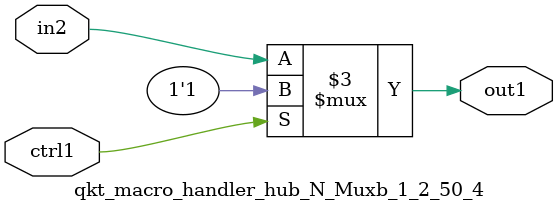
<source format=v>

`timescale 1ps / 1ps


module qkt_macro_handler_hub_N_Muxb_1_2_50_4( in2, ctrl1, out1 );

    input in2;
    input ctrl1;
    output out1;
    reg out1;

    
    // rtl_process:qkt_macro_handler_hub_N_Muxb_1_2_50_4/qkt_macro_handler_hub_N_Muxb_1_2_50_4_thread_1
    always @*
      begin : qkt_macro_handler_hub_N_Muxb_1_2_50_4_thread_1
        case (ctrl1) 
          1'b1: 
            begin
              out1 = 1'b1;
            end
          default: 
            begin
              out1 = in2;
            end
        endcase
      end

endmodule



</source>
